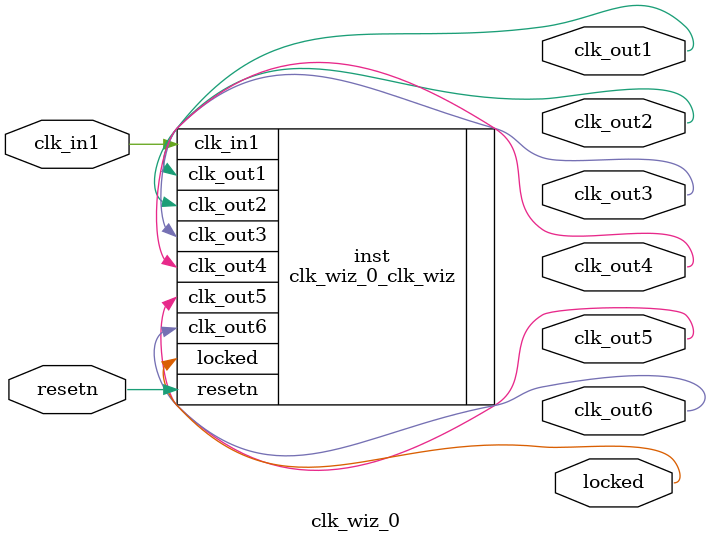
<source format=v>


`timescale 1ps/1ps

(* CORE_GENERATION_INFO = "clk_wiz_0,clk_wiz_v6_0_6_0_0,{component_name=clk_wiz_0,use_phase_alignment=true,use_min_o_jitter=false,use_max_i_jitter=false,use_dyn_phase_shift=false,use_inclk_switchover=false,use_dyn_reconfig=false,enable_axi=0,feedback_source=FDBK_AUTO,PRIMITIVE=MMCM,num_out_clk=6,clkin1_period=10.000,clkin2_period=10.000,use_power_down=false,use_reset=true,use_locked=true,use_inclk_stopped=false,feedback_type=SINGLE,CLOCK_MGR_TYPE=NA,manual_override=false}" *)

module clk_wiz_0 
 (
  // Clock out ports
  output        clk_out1,
  output        clk_out2,
  output        clk_out3,
  output        clk_out4,
  output        clk_out5,
  output        clk_out6,
  // Status and control signals
  input         resetn,
  output        locked,
 // Clock in ports
  input         clk_in1
 );

  clk_wiz_0_clk_wiz inst
  (
  // Clock out ports  
  .clk_out1(clk_out1),
  .clk_out2(clk_out2),
  .clk_out3(clk_out3),
  .clk_out4(clk_out4),
  .clk_out5(clk_out5),
  .clk_out6(clk_out6),
  // Status and control signals               
  .resetn(resetn), 
  .locked(locked),
 // Clock in ports
  .clk_in1(clk_in1)
  );

endmodule

</source>
